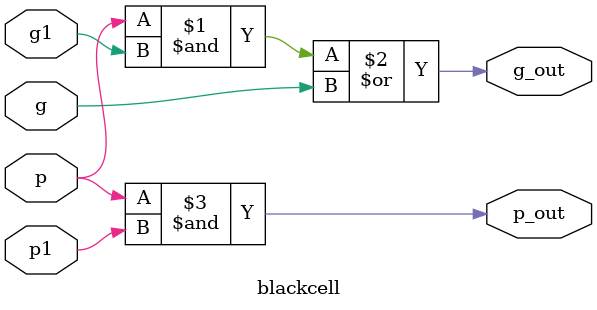
<source format=v>
module blackcell(
    input p,
    input g,
    input p1,
    input g1,
    output p_out,
    output g_out
);

assign g_out = (p&g1) | g;
assign p_out = p & p1;

endmodule
</source>
